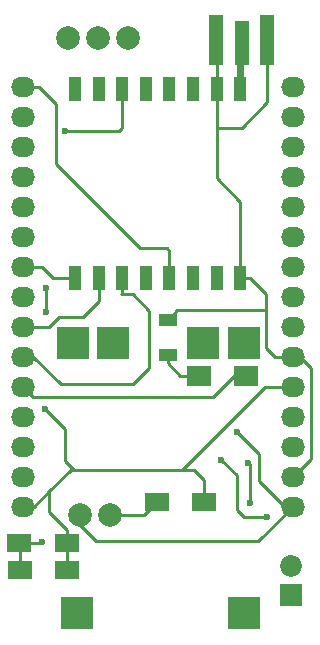
<source format=gbr>
G04 #@! TF.FileFunction,Copper,L1,Top,Signal*
%FSLAX46Y46*%
G04 Gerber Fmt 4.6, Leading zero omitted, Abs format (unit mm)*
G04 Created by KiCad (PCBNEW 4.0.4-stable) date 04/06/17 15:32:41*
%MOMM*%
%LPD*%
G01*
G04 APERTURE LIST*
%ADD10C,0.100000*%
%ADD11C,1.998980*%
%ADD12R,1.270000X4.191000*%
%ADD13R,1.270000X3.683000*%
%ADD14O,2.032000X1.727200*%
%ADD15R,1.000000X2.000000*%
%ADD16R,1.850000X1.850000*%
%ADD17C,1.850000*%
%ADD18R,2.800000X2.800000*%
%ADD19R,2.000000X1.600000*%
%ADD20R,1.600000X1.000000*%
%ADD21R,2.000000X1.700000*%
%ADD22C,0.600000*%
%ADD23C,0.250000*%
%ADD24C,0.600000*%
G04 APERTURE END LIST*
D10*
D11*
X135890000Y-137160000D03*
X134874000Y-96774000D03*
D12*
X147459700Y-96964500D03*
X151752300Y-96964500D03*
D13*
X149606000Y-97218500D03*
D14*
X153898600Y-100914200D03*
X153898600Y-103454200D03*
X153898600Y-105994200D03*
X153898600Y-108534200D03*
X153898600Y-111074200D03*
X153898600Y-113614200D03*
X153898600Y-116154200D03*
X153898600Y-118694200D03*
X153898600Y-121234200D03*
X153898600Y-123774200D03*
X153898600Y-126314200D03*
X153898600Y-128854200D03*
X153898600Y-131394200D03*
X153898600Y-133934200D03*
X153898600Y-136474200D03*
X131038600Y-100914200D03*
X131038600Y-131394200D03*
X131038600Y-133934200D03*
X131038600Y-128854200D03*
X131038600Y-113614200D03*
X131038600Y-111074200D03*
X131038600Y-116154200D03*
X131038600Y-136474200D03*
X131038600Y-121234200D03*
X131038600Y-118694200D03*
X131038600Y-123774200D03*
X131038600Y-126314200D03*
X131038600Y-105994200D03*
X131038600Y-108534200D03*
X131038600Y-103454200D03*
D15*
X135483600Y-117119400D03*
X137483600Y-117119400D03*
X139483600Y-117119400D03*
X141483600Y-117119400D03*
X143483600Y-117119400D03*
X145483600Y-117119400D03*
X147483600Y-117119400D03*
X149483600Y-117119400D03*
X149483600Y-101119400D03*
X147483600Y-101119400D03*
X145483600Y-101119400D03*
X143483600Y-101119400D03*
X141483600Y-101119400D03*
X139483600Y-101119400D03*
X137483600Y-101119400D03*
X135483600Y-101119400D03*
D11*
X137414000Y-96774000D03*
X139954000Y-96774000D03*
X138430000Y-137160000D03*
D16*
X153771600Y-143941800D03*
D17*
X153771600Y-141441800D03*
D18*
X138711000Y-122567600D03*
X146311000Y-122567600D03*
X135311000Y-122567600D03*
X149811000Y-122567600D03*
X135611000Y-145467600D03*
X149811000Y-145467600D03*
D19*
X134842000Y-141795500D03*
X130842000Y-141795500D03*
X146399000Y-136080500D03*
X142399000Y-136080500D03*
X134778500Y-139509500D03*
X130778500Y-139509500D03*
D20*
X143319500Y-120610500D03*
X143319500Y-123610500D03*
D21*
X149955000Y-125412500D03*
X145955000Y-125412500D03*
D22*
X149199600Y-130124200D03*
X132715000Y-139446000D03*
X132969000Y-128206500D03*
X133032500Y-119951500D03*
X133032500Y-117919500D03*
X141483600Y-101119400D03*
X141478000Y-117348000D03*
X137414000Y-101346000D03*
X134620000Y-104648000D03*
X150266400Y-136169400D03*
X150164800Y-132765800D03*
X151765000Y-137337800D03*
X147853400Y-132486400D03*
D23*
X153898600Y-136474200D02*
X153263600Y-136474200D01*
X153263600Y-136474200D02*
X151079200Y-134289800D01*
X151079200Y-132003800D02*
X149199600Y-130124200D01*
X151079200Y-134289800D02*
X151079200Y-132003800D01*
X135890000Y-137160000D02*
X135890000Y-137998200D01*
X135890000Y-137998200D02*
X137261600Y-139369800D01*
X137261600Y-139369800D02*
X151003000Y-139369800D01*
X151003000Y-139369800D02*
X153898600Y-136474200D01*
X135534400Y-136474200D02*
X135509000Y-136499600D01*
X138430000Y-137160000D02*
X141319500Y-137160000D01*
X141319500Y-137160000D02*
X142399000Y-136080500D01*
X132651500Y-139509500D02*
X130778500Y-139509500D01*
X132715000Y-139446000D02*
X132651500Y-139509500D01*
X130842000Y-141795500D02*
X130842000Y-139573000D01*
X130842000Y-139573000D02*
X130778500Y-139509500D01*
X151612600Y-119824500D02*
X144105500Y-119824500D01*
X144105500Y-119824500D02*
X143319500Y-120610500D01*
X149483600Y-117119400D02*
X150317200Y-117119400D01*
X152374600Y-123774200D02*
X153898600Y-123774200D01*
X151612600Y-123012200D02*
X152374600Y-123774200D01*
X151612600Y-118414800D02*
X151612600Y-119824500D01*
X151612600Y-119824500D02*
X151612600Y-123012200D01*
X150317200Y-117119400D02*
X151612600Y-118414800D01*
X147483600Y-104368600D02*
X149606000Y-104368600D01*
X151752300Y-102222300D02*
X151752300Y-96964500D01*
X149606000Y-104368600D02*
X151752300Y-102222300D01*
X131038600Y-116154200D02*
X132664200Y-116154200D01*
X133629400Y-117119400D02*
X135483600Y-117119400D01*
X132664200Y-116154200D02*
X133629400Y-117119400D01*
X153898600Y-123774200D02*
X154508200Y-123774200D01*
X154508200Y-123774200D02*
X155448000Y-124714000D01*
X155448000Y-132384800D02*
X153898600Y-133934200D01*
X155448000Y-124714000D02*
X155448000Y-132384800D01*
X147483600Y-101119400D02*
X147483600Y-104368600D01*
X147483600Y-104368600D02*
X147483600Y-108621600D01*
X149483600Y-110621600D02*
X149483600Y-117119400D01*
X147483600Y-108621600D02*
X149483600Y-110621600D01*
X147459700Y-96964500D02*
X147459700Y-96126300D01*
X151752300Y-95872300D02*
X151752300Y-96964500D01*
X147483600Y-101119400D02*
X147483600Y-96988400D01*
X147483600Y-96988400D02*
X147459700Y-96964500D01*
D24*
X149483600Y-101119400D02*
X149483600Y-97340900D01*
X149483600Y-97340900D02*
X149606000Y-97218500D01*
D23*
X149483600Y-97340900D02*
X149606000Y-97218500D01*
X134620000Y-132588000D02*
X135382000Y-133350000D01*
X134620000Y-129857500D02*
X134620000Y-132588000D01*
X132969000Y-128206500D02*
X134620000Y-129857500D01*
X133032500Y-117919500D02*
X133032500Y-119951500D01*
X134842000Y-141795500D02*
X134842000Y-139573000D01*
X134842000Y-139573000D02*
X134778500Y-139509500D01*
X133318250Y-135159750D02*
X133318250Y-136937750D01*
X134778500Y-138398000D02*
X134778500Y-139509500D01*
X133318250Y-136937750D02*
X134778500Y-138398000D01*
X146399000Y-136080500D02*
X146399000Y-134207000D01*
X145542000Y-133350000D02*
X144526000Y-133350000D01*
X146399000Y-134207000D02*
X145542000Y-133350000D01*
X153898600Y-126314200D02*
X151561800Y-126314200D01*
X151561800Y-126314200D02*
X144526000Y-133350000D01*
X144526000Y-133350000D02*
X135382000Y-133350000D01*
X135382000Y-133350000D02*
X135128000Y-133350000D01*
X135128000Y-133350000D02*
X133318250Y-135159750D01*
X133318250Y-135159750D02*
X132003800Y-136474200D01*
X132003800Y-136474200D02*
X131038600Y-136474200D01*
X131038600Y-100914200D02*
X132410200Y-100914200D01*
X143483600Y-114781600D02*
X143483600Y-117119400D01*
X143256000Y-114554000D02*
X143483600Y-114781600D01*
X140970000Y-114554000D02*
X143256000Y-114554000D01*
X133858000Y-107442000D02*
X140970000Y-114554000D01*
X133858000Y-102362000D02*
X133858000Y-107442000D01*
X132410200Y-100914200D02*
X133858000Y-102362000D01*
X137483600Y-117119400D02*
X137483600Y-119056400D01*
X133273800Y-121234200D02*
X131038600Y-121234200D01*
X134112000Y-120396000D02*
X133273800Y-121234200D01*
X136144000Y-120396000D02*
X134112000Y-120396000D01*
X137483600Y-119056400D02*
X136144000Y-120396000D01*
X141478000Y-117348000D02*
X141483600Y-117342400D01*
X141483600Y-117342400D02*
X141483600Y-117119400D01*
X131038600Y-123774200D02*
X131927600Y-123774200D01*
X131927600Y-123774200D02*
X134264400Y-126111000D01*
X134264400Y-126111000D02*
X140360400Y-126111000D01*
X140360400Y-126111000D02*
X141782800Y-124688600D01*
X141782800Y-124688600D02*
X141782800Y-119913400D01*
X141782800Y-119913400D02*
X140360400Y-118491000D01*
X140360400Y-118491000D02*
X139344400Y-118491000D01*
X139344400Y-118491000D02*
X139483600Y-118351800D01*
X139483600Y-118351800D02*
X139483600Y-117119400D01*
X149955000Y-125412500D02*
X148971000Y-125412500D01*
X148971000Y-125412500D02*
X147193000Y-127190500D01*
X147193000Y-127190500D02*
X131914900Y-127190500D01*
X131914900Y-127190500D02*
X131038600Y-126314200D01*
X137414000Y-101346000D02*
X137483600Y-101276400D01*
X137483600Y-101276400D02*
X137483600Y-101119400D01*
X139483600Y-101119400D02*
X139483600Y-104356400D01*
X139192000Y-104648000D02*
X134620000Y-104648000D01*
X139483600Y-104356400D02*
X139192000Y-104648000D01*
X150266400Y-132867400D02*
X150266400Y-136169400D01*
X150164800Y-132765800D02*
X150266400Y-132867400D01*
X149783800Y-137337800D02*
X151765000Y-137337800D01*
X149174200Y-136728200D02*
X149783800Y-137337800D01*
X149174200Y-133807200D02*
X149174200Y-136728200D01*
X147853400Y-132486400D02*
X149174200Y-133807200D01*
X143319500Y-123610500D02*
X143319500Y-124333000D01*
X144399000Y-125412500D02*
X145955000Y-125412500D01*
X143319500Y-124333000D02*
X144399000Y-125412500D01*
M02*

</source>
